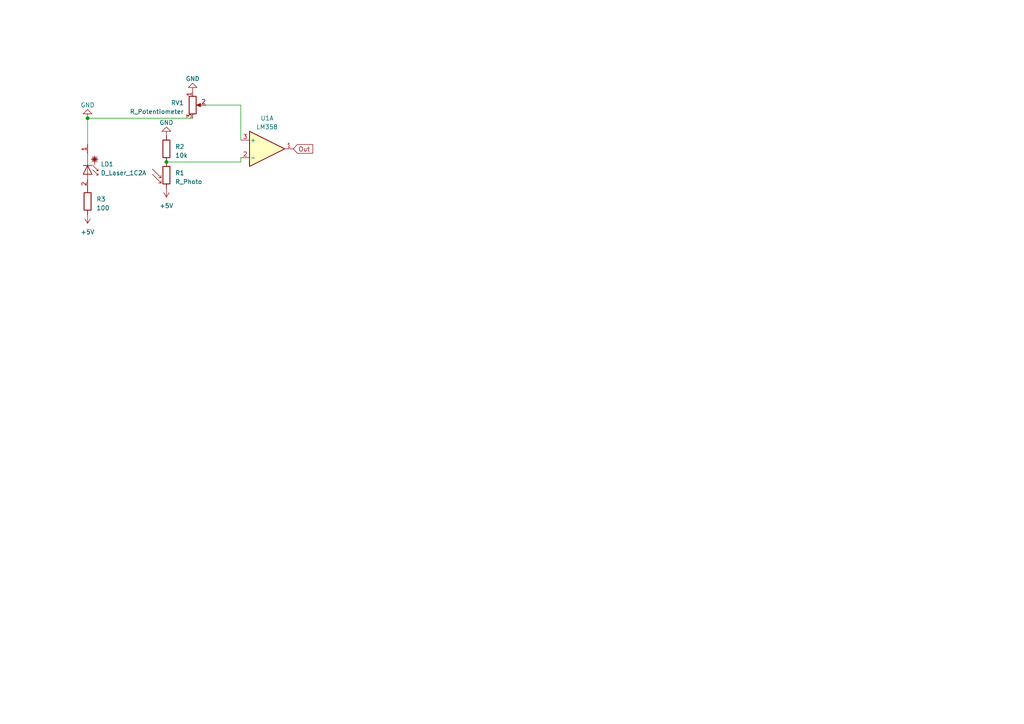
<source format=kicad_sch>
(kicad_sch (version 20230121) (generator eeschema)
  (paper "A4")
  (lib_symbols
    (symbol "Amplifier_Operational:LM358" (pin_names (offset 0.127))
      (property "Reference" "U" (at 0 5.08 0))
      (property "Value" "LM358" (at 0 -5.08 0))
      (symbol "LM358_1_1"
        (polyline (pts (xy -5.08 5.08) (xy 5.08 0) (xy -5.08 -5.08) (xy -5.08 5.08)) (stroke (width 0.254)) (fill (type background)))
        (pin output line (at 7.62 0 180) (length 2.54) (name "~") (number "1"))
        (pin input line (at -7.62 -2.54 0) (length 2.54) (name "-") (number "2"))
        (pin input line (at -7.62 2.54 0) (length 2.54) (name "+") (number "3"))
      )
      (symbol "LM358_2_1"
        (polyline (pts (xy -5.08 5.08) (xy 5.08 0) (xy -5.08 -5.08) (xy -5.08 5.08)) (stroke (width 0.254)) (fill (type background)))
        (pin input line (at -7.62 2.54 0) (length 2.54) (name "+") (number "5"))
        (pin input line (at -7.62 -2.54 0) (length 2.54) (name "-") (number "6"))
        (pin output line (at 7.62 0 180) (length 2.54) (name "~") (number "7"))
      )
      (symbol "LM358_3_1"
        (pin power_in line (at -2.54 -7.62 90) (length 3.81) (name "V-") (number "4"))
        (pin power_in line (at -2.54 7.62 270) (length 3.81) (name "V+") (number "8"))
      )
    )
    (symbol "Device:D_Laser_1C2A" (pin_names (offset 1.016) hide)
      (property "Reference" "LD" (at -1.27 4.445 0))
      (property "Value" "D_Laser_1C2A" (at -1.27 -2.54 0))
      (symbol "D_Laser_1C2A_0_1"
        (polyline (pts (xy -4.064 1.27) (xy -2.54 2.794)))
        (polyline (pts (xy -4.064 1.778) (xy -2.54 2.286)))
        (polyline (pts (xy -4.064 2.286) (xy -2.54 1.778)))
        (polyline (pts (xy -4.064 2.794) (xy -2.54 1.27)))
        (polyline (pts (xy -3.556 2.794) (xy -3.048 1.27)))
        (polyline (pts (xy -3.302 2.032) (xy -3.302 1.016)))
        (polyline (pts (xy -3.302 2.032) (xy -3.302 3.048)))
        (polyline (pts (xy -3.048 2.794) (xy -3.556 1.27)))
        (polyline (pts (xy -1.778 2.032) (xy -4.318 2.032)))
        (polyline (pts (xy -1.524 1.27) (xy -1.524 -1.27)) (stroke (width 0.2032)))
        (polyline (pts (xy 1.27 3.048) (xy 0.762 3.048)))
        (polyline (pts (xy 2.54 0) (xy -5.08 0)))
        (polyline (pts (xy -0.254 1.524) (xy 1.27 3.048) (xy 1.27 2.54)))
        (polyline (pts (xy 1.016 1.27) (xy 1.016 -1.27) (xy -1.524 0) (xy 1.016 1.27)) (stroke (width 0.2032)))
        (polyline (pts (xy -1.524 1.524) (xy 0 3.048) (xy 0 2.54) (xy 0 3.048) (xy -0.508 3.048)))
      )
      (symbol "D_Laser_1C2A_1_1"
        (pin passive line (at -7.62 0 0) (length 2.54) (name "K") (number "1"))
        (pin passive line (at 5.08 0 180) (length 2.54) (name "A") (number "2"))
      )
    )
    (symbol "Device:R" (pin_numbers hide) (pin_names (offset 0))
      (property "Reference" "R" (at 2.032 0 90))
      (property "Value" "R" (at 0 0 90))
      (symbol "R_0_1"
        (rectangle (start -1.016 -2.54) (end 1.016 2.54) (stroke (width 0.254)))
      )
      (symbol "R_1_1"
        (pin passive line (at 0 3.81 270) (length 1.27) (name "~") (number "1"))
        (pin passive line (at 0 -3.81 90) (length 1.27) (name "~") (number "2"))
      )
    )
    (symbol "Device:R_Photo" (pin_numbers hide) (pin_names (offset 0))
      (property "Reference" "R" (at 1.27 1.27 0))
      (property "Value" "R_Photo" (at 1.27 0 0))
      (symbol "R_Photo_0_1"
        (rectangle (start -1.016 2.54) (end 1.016 -2.54) (stroke (width 0.254)))
        (polyline (pts (xy -1.524 -2.286) (xy -4.064 0.254)))
        (polyline (pts (xy -1.524 -2.286) (xy -2.286 -2.286)))
        (polyline (pts (xy -1.524 -2.286) (xy -1.524 -1.524)))
        (polyline (pts (xy -1.524 -0.762) (xy -4.064 1.778)))
        (polyline (pts (xy -1.524 -0.762) (xy -2.286 -0.762)))
        (polyline (pts (xy -1.524 -0.762) (xy -1.524 0)))
      )
      (symbol "R_Photo_1_1"
        (pin passive line (at 0 3.81 270) (length 1.27) (name "~") (number "1"))
        (pin passive line (at 0 -3.81 90) (length 1.27) (name "~") (number "2"))
      )
    )
    (symbol "Device:R_Potentiometer" (pin_names (offset 1.016) hide)
      (property "Reference" "RV" (at -4.445 0 90))
      (property "Value" "R_Potentiometer" (at -2.54 0 90))
      (symbol "R_Potentiometer_0_1"
        (polyline (pts (xy 2.54 0) (xy 1.524 0)))
        (polyline (pts (xy 1.143 0) (xy 2.286 0.508) (xy 2.286 -0.508) (xy 1.143 0)) (fill (type outline)))
        (rectangle (start 1.016 2.54) (end -1.016 -2.54) (stroke (width 0.254)))
      )
      (symbol "R_Potentiometer_1_1"
        (pin passive line (at 0 3.81 270) (length 1.27) (name "1") (number "1"))
        (pin passive line (at 3.81 0 180) (length 1.27) (name "2") (number "2"))
        (pin passive line (at 0 -3.81 90) (length 1.27) (name "3") (number "3"))
      )
    )
    (symbol "power:+5V" (power) (pin_names (offset 0))
      (property "Value" "+5V" (at 0 3.556 0))
      (symbol "+5V_0_1"
        (polyline (pts (xy -0.762 1.27) (xy 0 2.54)))
        (polyline (pts (xy 0 0) (xy 0 2.54)))
        (polyline (pts (xy 0 2.54) (xy 0.762 1.27)))
      )
      (symbol "+5V_1_1"
        (pin power_in line (at 0 0 90) (length 0) hide (name "+5V") (number "1"))
      )
    )
    (symbol "power:GND" (power) (pin_names (offset 0))
      (property "Value" "GND" (at 0 -3.81 0))
      (symbol "GND_0_1"
        (polyline (pts (xy 0 0) (xy 0 -1.27) (xy 1.27 -1.27) (xy 0 -2.54) (xy -1.27 -1.27) (xy 0 -1.27)))
      )
      (symbol "GND_1_1"
        (pin power_in line (at 0 0 270) (length 0) hide (name "GND") (number "1"))
      )
    )
  )
  (junction (at 48.26 46.99))
  (junction (at 25.4 34.29))
  (wire (pts (xy 25.4 34.29) (xy 25.4 41.91)))
  (wire (pts (xy 69.85 30.48) (xy 69.85 40.64)))
  (wire (pts (xy 48.26 46.99) (xy 69.85 46.99)))
  (wire (pts (xy 69.85 46.99) (xy 69.85 45.72)))
  (wire (pts (xy 59.69 30.48) (xy 69.85 30.48)))
  (wire (pts (xy 25.4 34.29) (xy 55.88 34.29)))
  (global_label "Out" (shape input) (at 85.09 43.18 0) (property "Intersheetrefs" "${INTERSHEET_REFS}" (effects hide)))
  (symbol (lib_id "power:+5V") (at 48.26 54.61 180) (unit 1)
    (property "Reference" "#PWR02" (effects hide))
    (property "Value" "+5V" (at 48.26 59.69 0))
  )
  (symbol (lib_id "Device:R_Potentiometer") (at 55.88 30.48 0) (unit 1)
    (property "Reference" "RV1" (at 53.34 29.845 0) (effects (justify right)))
    (property "Value" "R_Potentiometer" (at 53.34 32.385 0) (effects (justify right)))
  )
  (symbol (lib_id "power:GND") (at 25.4 34.29 180) (unit 1)
    (property "Reference" "#PWR03" (effects hide))
    (property "Value" "GND" (at 25.4 30.48 0))
  )
  (symbol (lib_id "Device:D_Laser_1C2A") (at 25.4 49.53 270) (unit 1)
    (property "Reference" "LD1" (at 29.21 47.625 90) (effects (justify left)))
    (property "Value" "D_Laser_1C2A" (at 29.21 50.165 90) (effects (justify left)))
  )
  (symbol (lib_id "Device:R") (at 48.26 43.18 0) (unit 1)
    (property "Reference" "R2" (at 50.8 42.545 0) (effects (justify left)))
    (property "Value" "10k" (at 50.8 45.085 0) (effects (justify left)))
  )
  (symbol (lib_id "Amplifier_Operational:LM358") (at 77.47 43.18 0) (unit 1)
    (property "Reference" "U1" (at 77.47 34.29 0))
    (property "Value" "LM358" (at 77.47 36.83 0))
    (property "Datasheet" "http://www.ti.com/lit/ds/symlink/lm2904-n.pdf" (effects hide))
  )
  (symbol (lib_id "Device:R_Photo") (at 48.26 50.8 0) (unit 1)
    (property "Reference" "R1" (at 50.8 50.165 0) (effects (justify left)))
    (property "Value" "R_Photo" (at 50.8 52.705 0) (effects (justify left)))
  )
  (symbol (lib_id "Device:R") (at 25.4 58.42 0) (unit 1)
    (property "Reference" "R3" (at 27.94 57.785 0) (effects (justify left)))
    (property "Value" "100" (at 27.94 60.325 0) (effects (justify left)))
  )
  (symbol (lib_id "power:GND") (at 48.26 39.37 180) (unit 1)
    (property "Reference" "#PWR01" (effects hide))
    (property "Value" "GND" (at 48.26 35.56 0))
  )
  (symbol (lib_id "power:+5V") (at 25.4 62.23 180) (unit 1)
    (property "Reference" "#PWR04" (effects hide))
    (property "Value" "+5V" (at 25.4 67.31 0))
  )
  (symbol (lib_id "power:GND") (at 55.88 26.67 180) (unit 1)
    (property "Reference" "#PWR05" (effects hide))
    (property "Value" "GND" (at 55.88 22.86 0))
  )
)
</source>
